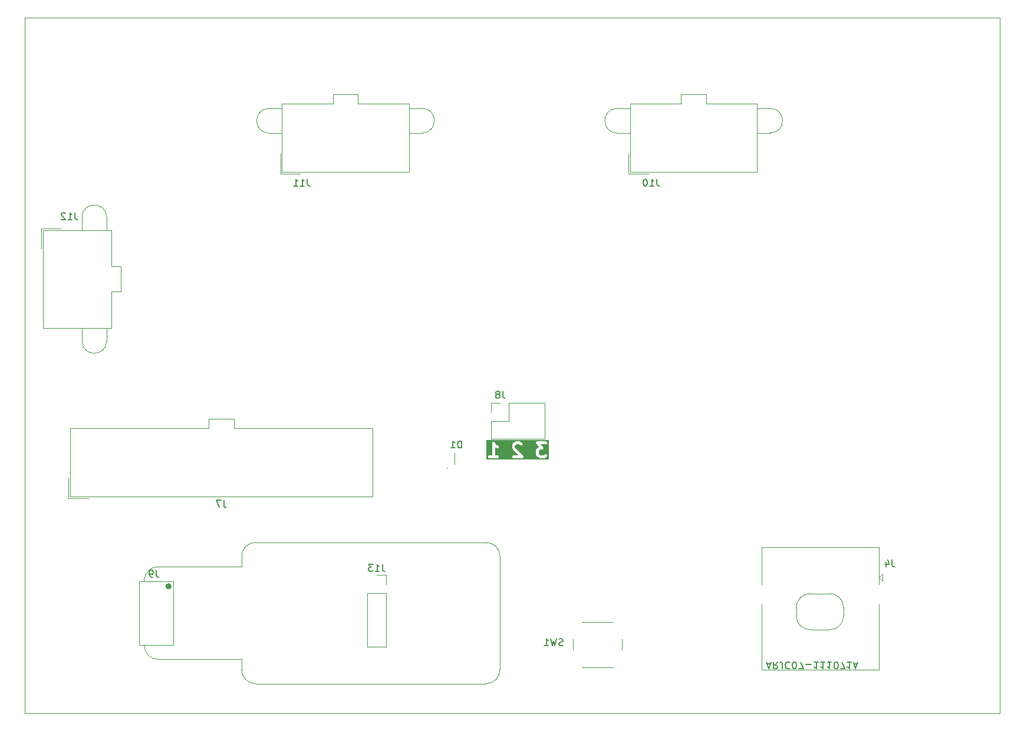
<source format=gbr>
%TF.GenerationSoftware,KiCad,Pcbnew,8.0.1*%
%TF.CreationDate,2024-04-21T01:25:57+02:00*%
%TF.ProjectId,EKO_MyMiner,454b4f5f-4d79-44d6-996e-65722e6b6963,rev?*%
%TF.SameCoordinates,Original*%
%TF.FileFunction,Legend,Bot*%
%TF.FilePolarity,Positive*%
%FSLAX46Y46*%
G04 Gerber Fmt 4.6, Leading zero omitted, Abs format (unit mm)*
G04 Created by KiCad (PCBNEW 8.0.1) date 2024-04-21 01:25:57*
%MOMM*%
%LPD*%
G01*
G04 APERTURE LIST*
%ADD10C,0.400000*%
%ADD11C,0.150000*%
%ADD12C,0.120000*%
%ADD13C,0.460000*%
%ADD14C,0.100000*%
%TA.AperFunction,Profile*%
%ADD15C,0.100000*%
%TD*%
G04 APERTURE END LIST*
D10*
G36*
X153501508Y-103688660D02*
G01*
X144569510Y-103688660D01*
X144569510Y-103305456D01*
X144791732Y-103305456D01*
X144821595Y-103377552D01*
X144876775Y-103432732D01*
X144948871Y-103462595D01*
X144987889Y-103466438D01*
X146169764Y-103462595D01*
X146241860Y-103432732D01*
X146297040Y-103377552D01*
X146326903Y-103305456D01*
X146326903Y-103227420D01*
X146297040Y-103155324D01*
X146241860Y-103100144D01*
X146169764Y-103070281D01*
X146130746Y-103066438D01*
X145758943Y-103067646D01*
X145756626Y-101838177D01*
X145801148Y-101881603D01*
X145817647Y-101900627D01*
X145826119Y-101905960D01*
X145829156Y-101908922D01*
X145834035Y-101910943D01*
X145850827Y-101921513D01*
X146077921Y-102030764D01*
X146155761Y-102036296D01*
X146229793Y-102011618D01*
X146288745Y-101960489D01*
X146323644Y-101890691D01*
X146329176Y-101812852D01*
X146304499Y-101738820D01*
X146253369Y-101679867D01*
X146220189Y-101658981D01*
X146196096Y-101647390D01*
X148216461Y-101647390D01*
X148219680Y-101839675D01*
X148218032Y-101862881D01*
X148220231Y-101872555D01*
X148220304Y-101876884D01*
X148222324Y-101881762D01*
X148226724Y-101901112D01*
X148315542Y-102157859D01*
X148315542Y-102162598D01*
X148325486Y-102186606D01*
X148337947Y-102222626D01*
X148342654Y-102228054D01*
X148345405Y-102234694D01*
X148370278Y-102265001D01*
X149176887Y-103067875D01*
X148377443Y-103070281D01*
X148305347Y-103100144D01*
X148250167Y-103155324D01*
X148220304Y-103227420D01*
X148220304Y-103305456D01*
X148250167Y-103377552D01*
X148305347Y-103432732D01*
X148377443Y-103462595D01*
X148416461Y-103466438D01*
X149693574Y-103462595D01*
X149765670Y-103432732D01*
X149820850Y-103377552D01*
X149850713Y-103305457D01*
X149850713Y-103227420D01*
X149820850Y-103155324D01*
X149795978Y-103125017D01*
X149076926Y-102409295D01*
X151645033Y-102409295D01*
X151648359Y-102855202D01*
X151646603Y-102860471D01*
X151648608Y-102888695D01*
X151648876Y-102924503D01*
X151651625Y-102931140D01*
X151652135Y-102938310D01*
X151666148Y-102974928D01*
X151764828Y-103164988D01*
X151773977Y-103187074D01*
X151780290Y-103194766D01*
X151782272Y-103198584D01*
X151786263Y-103202045D01*
X151798849Y-103217382D01*
X151899055Y-103313251D01*
X151912886Y-103329199D01*
X151921182Y-103334421D01*
X151924394Y-103337494D01*
X151929276Y-103339516D01*
X151946066Y-103350085D01*
X152112100Y-103429961D01*
X152114871Y-103432732D01*
X152136372Y-103441638D01*
X152173160Y-103459336D01*
X152180329Y-103459845D01*
X152186967Y-103462595D01*
X152225985Y-103466438D01*
X152766894Y-103463032D01*
X152772400Y-103464868D01*
X152801267Y-103462816D01*
X152836432Y-103462595D01*
X152843069Y-103459845D01*
X152850239Y-103459336D01*
X152886857Y-103445323D01*
X153076916Y-103346642D01*
X153099005Y-103337493D01*
X153106697Y-103331180D01*
X153110513Y-103329199D01*
X153113974Y-103325208D01*
X153129312Y-103312621D01*
X153249423Y-103187074D01*
X153279286Y-103114978D01*
X153279285Y-103036942D01*
X153249422Y-102964846D01*
X153194241Y-102909666D01*
X153122145Y-102879803D01*
X153044109Y-102879804D01*
X152972013Y-102909667D01*
X152941706Y-102934540D01*
X152874576Y-103004708D01*
X152755172Y-103066703D01*
X152278330Y-103069705D01*
X152158312Y-103011967D01*
X152106763Y-102962648D01*
X152044717Y-102843147D01*
X152041869Y-102461422D01*
X152099502Y-102341624D01*
X152148824Y-102290070D01*
X152268686Y-102227836D01*
X152512035Y-102224956D01*
X152537583Y-102226660D01*
X152543727Y-102224581D01*
X152550718Y-102224499D01*
X152580739Y-102212063D01*
X152611506Y-102201658D01*
X152616580Y-102197218D01*
X152622814Y-102194636D01*
X152645794Y-102171656D01*
X152670234Y-102150271D01*
X152673222Y-102144227D01*
X152677994Y-102139456D01*
X152690429Y-102109434D01*
X152704827Y-102080321D01*
X152705275Y-102073592D01*
X152707857Y-102067360D01*
X152707857Y-102034872D01*
X152710018Y-102002458D01*
X152707857Y-101996068D01*
X152707857Y-101989324D01*
X152695423Y-101959306D01*
X152685016Y-101928535D01*
X152679456Y-101920757D01*
X152677994Y-101917228D01*
X152674271Y-101913505D01*
X152662215Y-101896641D01*
X152281843Y-101465123D01*
X153122146Y-101462595D01*
X153194242Y-101432732D01*
X153249422Y-101377552D01*
X153279285Y-101305456D01*
X153279285Y-101227420D01*
X153249422Y-101155324D01*
X153194242Y-101100144D01*
X153122146Y-101070281D01*
X153083128Y-101066438D01*
X151849596Y-101070149D01*
X151819149Y-101068120D01*
X151812819Y-101070260D01*
X151806015Y-101070281D01*
X151776003Y-101082712D01*
X151745227Y-101093121D01*
X151740150Y-101097562D01*
X151733919Y-101100144D01*
X151710947Y-101123116D01*
X151686499Y-101144508D01*
X151683509Y-101150553D01*
X151678739Y-101155324D01*
X151666306Y-101185339D01*
X151651906Y-101214458D01*
X151651457Y-101221188D01*
X151648876Y-101227420D01*
X151648876Y-101259907D01*
X151646715Y-101292322D01*
X151648876Y-101298711D01*
X151648876Y-101305456D01*
X151661307Y-101335467D01*
X151671716Y-101366244D01*
X151677277Y-101374022D01*
X151678739Y-101377552D01*
X151682461Y-101381274D01*
X151694518Y-101398139D01*
X152106220Y-101865199D01*
X151946488Y-101948134D01*
X151924394Y-101957286D01*
X151916699Y-101963601D01*
X151912886Y-101965581D01*
X151909426Y-101969569D01*
X151894087Y-101982159D01*
X151798227Y-102082357D01*
X151782272Y-102096196D01*
X151777046Y-102104497D01*
X151773977Y-102107706D01*
X151771957Y-102112582D01*
X151761386Y-102129376D01*
X151681509Y-102295410D01*
X151678739Y-102298181D01*
X151669832Y-102319682D01*
X151652135Y-102356470D01*
X151651625Y-102363639D01*
X151648876Y-102370277D01*
X151645033Y-102409295D01*
X149076926Y-102409295D01*
X148688357Y-102022526D01*
X148616053Y-101813516D01*
X148614115Y-101697817D01*
X148670931Y-101579717D01*
X148720250Y-101528167D01*
X148839749Y-101466122D01*
X149221476Y-101463274D01*
X149341276Y-101520908D01*
X149448204Y-101623208D01*
X149520300Y-101653071D01*
X149598336Y-101653071D01*
X149670432Y-101623208D01*
X149725612Y-101568028D01*
X149755475Y-101495932D01*
X149755475Y-101417896D01*
X149725612Y-101345800D01*
X149700739Y-101315493D01*
X149600539Y-101219630D01*
X149586703Y-101203677D01*
X149578403Y-101198452D01*
X149575194Y-101195382D01*
X149570314Y-101193360D01*
X149553523Y-101182791D01*
X149387488Y-101102914D01*
X149384718Y-101100144D01*
X149363216Y-101091237D01*
X149326429Y-101073540D01*
X149319259Y-101073030D01*
X149312622Y-101070281D01*
X149273604Y-101066438D01*
X148827696Y-101069764D01*
X148822428Y-101068008D01*
X148794203Y-101070013D01*
X148758395Y-101070281D01*
X148751757Y-101073030D01*
X148744588Y-101073540D01*
X148707971Y-101087552D01*
X148517912Y-101186232D01*
X148495823Y-101195382D01*
X148488129Y-101201695D01*
X148484314Y-101203677D01*
X148480852Y-101207668D01*
X148465516Y-101220255D01*
X148369653Y-101320454D01*
X148353700Y-101334291D01*
X148348475Y-101342590D01*
X148345405Y-101345800D01*
X148343383Y-101350679D01*
X148332814Y-101367471D01*
X148252937Y-101533505D01*
X148250167Y-101536276D01*
X148241260Y-101557777D01*
X148223563Y-101594565D01*
X148223053Y-101601734D01*
X148220304Y-101608372D01*
X148216461Y-101647390D01*
X146196096Y-101647390D01*
X146063778Y-101583734D01*
X145913321Y-101436981D01*
X145732092Y-101170968D01*
X145725612Y-101155324D01*
X145712502Y-101142214D01*
X145700887Y-101125165D01*
X145684435Y-101114147D01*
X145670432Y-101100144D01*
X145652329Y-101092645D01*
X145636048Y-101081742D01*
X145616629Y-101077858D01*
X145598336Y-101070281D01*
X145578742Y-101070281D01*
X145559527Y-101066438D01*
X145540101Y-101070281D01*
X145520300Y-101070281D01*
X145502197Y-101077779D01*
X145482975Y-101081582D01*
X145466499Y-101092565D01*
X145448204Y-101100144D01*
X145434347Y-101114000D01*
X145418045Y-101124869D01*
X145407027Y-101141320D01*
X145393024Y-101155324D01*
X145385525Y-101173426D01*
X145374622Y-101189708D01*
X145370738Y-101209126D01*
X145363161Y-101227420D01*
X145359358Y-101266026D01*
X145359318Y-101266229D01*
X145359331Y-101266298D01*
X145359318Y-101266438D01*
X145362715Y-103068935D01*
X144948871Y-103070281D01*
X144876775Y-103100144D01*
X144821595Y-103155324D01*
X144791732Y-103227420D01*
X144791732Y-103305456D01*
X144569510Y-103305456D01*
X144569510Y-100844216D01*
X153501508Y-100844216D01*
X153501508Y-103688660D01*
G37*
D11*
X155511332Y-130379200D02*
X155368475Y-130426819D01*
X155368475Y-130426819D02*
X155130380Y-130426819D01*
X155130380Y-130426819D02*
X155035142Y-130379200D01*
X155035142Y-130379200D02*
X154987523Y-130331580D01*
X154987523Y-130331580D02*
X154939904Y-130236342D01*
X154939904Y-130236342D02*
X154939904Y-130141104D01*
X154939904Y-130141104D02*
X154987523Y-130045866D01*
X154987523Y-130045866D02*
X155035142Y-129998247D01*
X155035142Y-129998247D02*
X155130380Y-129950628D01*
X155130380Y-129950628D02*
X155320856Y-129903009D01*
X155320856Y-129903009D02*
X155416094Y-129855390D01*
X155416094Y-129855390D02*
X155463713Y-129807771D01*
X155463713Y-129807771D02*
X155511332Y-129712533D01*
X155511332Y-129712533D02*
X155511332Y-129617295D01*
X155511332Y-129617295D02*
X155463713Y-129522057D01*
X155463713Y-129522057D02*
X155416094Y-129474438D01*
X155416094Y-129474438D02*
X155320856Y-129426819D01*
X155320856Y-129426819D02*
X155082761Y-129426819D01*
X155082761Y-129426819D02*
X154939904Y-129474438D01*
X154606570Y-129426819D02*
X154368475Y-130426819D01*
X154368475Y-130426819D02*
X154177999Y-129712533D01*
X154177999Y-129712533D02*
X153987523Y-130426819D01*
X153987523Y-130426819D02*
X153749428Y-129426819D01*
X152844666Y-130426819D02*
X153416094Y-130426819D01*
X153130380Y-130426819D02*
X153130380Y-129426819D01*
X153130380Y-129426819D02*
X153225618Y-129569676D01*
X153225618Y-129569676D02*
X153320856Y-129664914D01*
X153320856Y-129664914D02*
X153416094Y-129712533D01*
X129587523Y-118724819D02*
X129587523Y-119439104D01*
X129587523Y-119439104D02*
X129635142Y-119581961D01*
X129635142Y-119581961D02*
X129730380Y-119677200D01*
X129730380Y-119677200D02*
X129873237Y-119724819D01*
X129873237Y-119724819D02*
X129968475Y-119724819D01*
X128587523Y-119724819D02*
X129158951Y-119724819D01*
X128873237Y-119724819D02*
X128873237Y-118724819D01*
X128873237Y-118724819D02*
X128968475Y-118867676D01*
X128968475Y-118867676D02*
X129063713Y-118962914D01*
X129063713Y-118962914D02*
X129158951Y-119010533D01*
X128254189Y-118724819D02*
X127635142Y-118724819D01*
X127635142Y-118724819D02*
X127968475Y-119105771D01*
X127968475Y-119105771D02*
X127825618Y-119105771D01*
X127825618Y-119105771D02*
X127730380Y-119153390D01*
X127730380Y-119153390D02*
X127682761Y-119201009D01*
X127682761Y-119201009D02*
X127635142Y-119296247D01*
X127635142Y-119296247D02*
X127635142Y-119534342D01*
X127635142Y-119534342D02*
X127682761Y-119629580D01*
X127682761Y-119629580D02*
X127730380Y-119677200D01*
X127730380Y-119677200D02*
X127825618Y-119724819D01*
X127825618Y-119724819D02*
X128111332Y-119724819D01*
X128111332Y-119724819D02*
X128206570Y-119677200D01*
X128206570Y-119677200D02*
X128254189Y-119629580D01*
X85441523Y-68186819D02*
X85441523Y-68901104D01*
X85441523Y-68901104D02*
X85489142Y-69043961D01*
X85489142Y-69043961D02*
X85584380Y-69139200D01*
X85584380Y-69139200D02*
X85727237Y-69186819D01*
X85727237Y-69186819D02*
X85822475Y-69186819D01*
X84441523Y-69186819D02*
X85012951Y-69186819D01*
X84727237Y-69186819D02*
X84727237Y-68186819D01*
X84727237Y-68186819D02*
X84822475Y-68329676D01*
X84822475Y-68329676D02*
X84917713Y-68424914D01*
X84917713Y-68424914D02*
X85012951Y-68472533D01*
X84060570Y-68282057D02*
X84012951Y-68234438D01*
X84012951Y-68234438D02*
X83917713Y-68186819D01*
X83917713Y-68186819D02*
X83679618Y-68186819D01*
X83679618Y-68186819D02*
X83584380Y-68234438D01*
X83584380Y-68234438D02*
X83536761Y-68282057D01*
X83536761Y-68282057D02*
X83489142Y-68377295D01*
X83489142Y-68377295D02*
X83489142Y-68472533D01*
X83489142Y-68472533D02*
X83536761Y-68615390D01*
X83536761Y-68615390D02*
X84108189Y-69186819D01*
X84108189Y-69186819D02*
X83489142Y-69186819D01*
X97115333Y-119586819D02*
X97115333Y-120301104D01*
X97115333Y-120301104D02*
X97162952Y-120443961D01*
X97162952Y-120443961D02*
X97258190Y-120539200D01*
X97258190Y-120539200D02*
X97401047Y-120586819D01*
X97401047Y-120586819D02*
X97496285Y-120586819D01*
X96591523Y-120586819D02*
X96401047Y-120586819D01*
X96401047Y-120586819D02*
X96305809Y-120539200D01*
X96305809Y-120539200D02*
X96258190Y-120491580D01*
X96258190Y-120491580D02*
X96162952Y-120348723D01*
X96162952Y-120348723D02*
X96115333Y-120158247D01*
X96115333Y-120158247D02*
X96115333Y-119777295D01*
X96115333Y-119777295D02*
X96162952Y-119682057D01*
X96162952Y-119682057D02*
X96210571Y-119634438D01*
X96210571Y-119634438D02*
X96305809Y-119586819D01*
X96305809Y-119586819D02*
X96496285Y-119586819D01*
X96496285Y-119586819D02*
X96591523Y-119634438D01*
X96591523Y-119634438D02*
X96639142Y-119682057D01*
X96639142Y-119682057D02*
X96686761Y-119777295D01*
X96686761Y-119777295D02*
X96686761Y-120015390D01*
X96686761Y-120015390D02*
X96639142Y-120110628D01*
X96639142Y-120110628D02*
X96591523Y-120158247D01*
X96591523Y-120158247D02*
X96496285Y-120205866D01*
X96496285Y-120205866D02*
X96305809Y-120205866D01*
X96305809Y-120205866D02*
X96210571Y-120158247D01*
X96210571Y-120158247D02*
X96162952Y-120110628D01*
X96162952Y-120110628D02*
X96115333Y-120015390D01*
X118809522Y-63354818D02*
X118809522Y-64069103D01*
X118809522Y-64069103D02*
X118857141Y-64211960D01*
X118857141Y-64211960D02*
X118952379Y-64307199D01*
X118952379Y-64307199D02*
X119095236Y-64354818D01*
X119095236Y-64354818D02*
X119190474Y-64354818D01*
X117809522Y-64354818D02*
X118380950Y-64354818D01*
X118095236Y-64354818D02*
X118095236Y-63354818D01*
X118095236Y-63354818D02*
X118190474Y-63497675D01*
X118190474Y-63497675D02*
X118285712Y-63592913D01*
X118285712Y-63592913D02*
X118380950Y-63640532D01*
X116857141Y-64354818D02*
X117428569Y-64354818D01*
X117142855Y-64354818D02*
X117142855Y-63354818D01*
X117142855Y-63354818D02*
X117238093Y-63497675D01*
X117238093Y-63497675D02*
X117333331Y-63592913D01*
X117333331Y-63592913D02*
X117428569Y-63640532D01*
X169009522Y-63354818D02*
X169009522Y-64069103D01*
X169009522Y-64069103D02*
X169057141Y-64211960D01*
X169057141Y-64211960D02*
X169152379Y-64307199D01*
X169152379Y-64307199D02*
X169295236Y-64354818D01*
X169295236Y-64354818D02*
X169390474Y-64354818D01*
X168009522Y-64354818D02*
X168580950Y-64354818D01*
X168295236Y-64354818D02*
X168295236Y-63354818D01*
X168295236Y-63354818D02*
X168390474Y-63497675D01*
X168390474Y-63497675D02*
X168485712Y-63592913D01*
X168485712Y-63592913D02*
X168580950Y-63640532D01*
X167390474Y-63354818D02*
X167295236Y-63354818D01*
X167295236Y-63354818D02*
X167199998Y-63402437D01*
X167199998Y-63402437D02*
X167152379Y-63450056D01*
X167152379Y-63450056D02*
X167104760Y-63545294D01*
X167104760Y-63545294D02*
X167057141Y-63735770D01*
X167057141Y-63735770D02*
X167057141Y-63973865D01*
X167057141Y-63973865D02*
X167104760Y-64164341D01*
X167104760Y-64164341D02*
X167152379Y-64259579D01*
X167152379Y-64259579D02*
X167199998Y-64307199D01*
X167199998Y-64307199D02*
X167295236Y-64354818D01*
X167295236Y-64354818D02*
X167390474Y-64354818D01*
X167390474Y-64354818D02*
X167485712Y-64307199D01*
X167485712Y-64307199D02*
X167533331Y-64259579D01*
X167533331Y-64259579D02*
X167580950Y-64164341D01*
X167580950Y-64164341D02*
X167628569Y-63973865D01*
X167628569Y-63973865D02*
X167628569Y-63735770D01*
X167628569Y-63735770D02*
X167580950Y-63545294D01*
X167580950Y-63545294D02*
X167533331Y-63450056D01*
X167533331Y-63450056D02*
X167485712Y-63402437D01*
X167485712Y-63402437D02*
X167390474Y-63354818D01*
X146865333Y-93836819D02*
X146865333Y-94551104D01*
X146865333Y-94551104D02*
X146912952Y-94693961D01*
X146912952Y-94693961D02*
X147008190Y-94789200D01*
X147008190Y-94789200D02*
X147151047Y-94836819D01*
X147151047Y-94836819D02*
X147246285Y-94836819D01*
X146246285Y-94265390D02*
X146341523Y-94217771D01*
X146341523Y-94217771D02*
X146389142Y-94170152D01*
X146389142Y-94170152D02*
X146436761Y-94074914D01*
X146436761Y-94074914D02*
X146436761Y-94027295D01*
X146436761Y-94027295D02*
X146389142Y-93932057D01*
X146389142Y-93932057D02*
X146341523Y-93884438D01*
X146341523Y-93884438D02*
X146246285Y-93836819D01*
X146246285Y-93836819D02*
X146055809Y-93836819D01*
X146055809Y-93836819D02*
X145960571Y-93884438D01*
X145960571Y-93884438D02*
X145912952Y-93932057D01*
X145912952Y-93932057D02*
X145865333Y-94027295D01*
X145865333Y-94027295D02*
X145865333Y-94074914D01*
X145865333Y-94074914D02*
X145912952Y-94170152D01*
X145912952Y-94170152D02*
X145960571Y-94217771D01*
X145960571Y-94217771D02*
X146055809Y-94265390D01*
X146055809Y-94265390D02*
X146246285Y-94265390D01*
X146246285Y-94265390D02*
X146341523Y-94313009D01*
X146341523Y-94313009D02*
X146389142Y-94360628D01*
X146389142Y-94360628D02*
X146436761Y-94455866D01*
X146436761Y-94455866D02*
X146436761Y-94646342D01*
X146436761Y-94646342D02*
X146389142Y-94741580D01*
X146389142Y-94741580D02*
X146341523Y-94789200D01*
X146341523Y-94789200D02*
X146246285Y-94836819D01*
X146246285Y-94836819D02*
X146055809Y-94836819D01*
X146055809Y-94836819D02*
X145960571Y-94789200D01*
X145960571Y-94789200D02*
X145912952Y-94741580D01*
X145912952Y-94741580D02*
X145865333Y-94646342D01*
X145865333Y-94646342D02*
X145865333Y-94455866D01*
X145865333Y-94455866D02*
X145912952Y-94360628D01*
X145912952Y-94360628D02*
X145960571Y-94313009D01*
X145960571Y-94313009D02*
X146055809Y-94265390D01*
X202815333Y-118086819D02*
X202815333Y-118801104D01*
X202815333Y-118801104D02*
X202862952Y-118943961D01*
X202862952Y-118943961D02*
X202958190Y-119039200D01*
X202958190Y-119039200D02*
X203101047Y-119086819D01*
X203101047Y-119086819D02*
X203196285Y-119086819D01*
X201910571Y-118420152D02*
X201910571Y-119086819D01*
X202148666Y-118039200D02*
X202386761Y-118753485D01*
X202386761Y-118753485D02*
X201767714Y-118753485D01*
X184855809Y-133036695D02*
X185331999Y-133036695D01*
X184760571Y-132750980D02*
X185093904Y-133750980D01*
X185093904Y-133750980D02*
X185427237Y-132750980D01*
X186331999Y-132750980D02*
X185998666Y-133227171D01*
X185760571Y-132750980D02*
X185760571Y-133750980D01*
X185760571Y-133750980D02*
X186141523Y-133750980D01*
X186141523Y-133750980D02*
X186236761Y-133703361D01*
X186236761Y-133703361D02*
X186284380Y-133655742D01*
X186284380Y-133655742D02*
X186331999Y-133560504D01*
X186331999Y-133560504D02*
X186331999Y-133417647D01*
X186331999Y-133417647D02*
X186284380Y-133322409D01*
X186284380Y-133322409D02*
X186236761Y-133274790D01*
X186236761Y-133274790D02*
X186141523Y-133227171D01*
X186141523Y-133227171D02*
X185760571Y-133227171D01*
X187046285Y-133750980D02*
X187046285Y-133036695D01*
X187046285Y-133036695D02*
X186998666Y-132893838D01*
X186998666Y-132893838D02*
X186903428Y-132798600D01*
X186903428Y-132798600D02*
X186760571Y-132750980D01*
X186760571Y-132750980D02*
X186665333Y-132750980D01*
X188093904Y-132846219D02*
X188046285Y-132798600D01*
X188046285Y-132798600D02*
X187903428Y-132750980D01*
X187903428Y-132750980D02*
X187808190Y-132750980D01*
X187808190Y-132750980D02*
X187665333Y-132798600D01*
X187665333Y-132798600D02*
X187570095Y-132893838D01*
X187570095Y-132893838D02*
X187522476Y-132989076D01*
X187522476Y-132989076D02*
X187474857Y-133179552D01*
X187474857Y-133179552D02*
X187474857Y-133322409D01*
X187474857Y-133322409D02*
X187522476Y-133512885D01*
X187522476Y-133512885D02*
X187570095Y-133608123D01*
X187570095Y-133608123D02*
X187665333Y-133703361D01*
X187665333Y-133703361D02*
X187808190Y-133750980D01*
X187808190Y-133750980D02*
X187903428Y-133750980D01*
X187903428Y-133750980D02*
X188046285Y-133703361D01*
X188046285Y-133703361D02*
X188093904Y-133655742D01*
X188712952Y-133750980D02*
X188808190Y-133750980D01*
X188808190Y-133750980D02*
X188903428Y-133703361D01*
X188903428Y-133703361D02*
X188951047Y-133655742D01*
X188951047Y-133655742D02*
X188998666Y-133560504D01*
X188998666Y-133560504D02*
X189046285Y-133370028D01*
X189046285Y-133370028D02*
X189046285Y-133131933D01*
X189046285Y-133131933D02*
X188998666Y-132941457D01*
X188998666Y-132941457D02*
X188951047Y-132846219D01*
X188951047Y-132846219D02*
X188903428Y-132798600D01*
X188903428Y-132798600D02*
X188808190Y-132750980D01*
X188808190Y-132750980D02*
X188712952Y-132750980D01*
X188712952Y-132750980D02*
X188617714Y-132798600D01*
X188617714Y-132798600D02*
X188570095Y-132846219D01*
X188570095Y-132846219D02*
X188522476Y-132941457D01*
X188522476Y-132941457D02*
X188474857Y-133131933D01*
X188474857Y-133131933D02*
X188474857Y-133370028D01*
X188474857Y-133370028D02*
X188522476Y-133560504D01*
X188522476Y-133560504D02*
X188570095Y-133655742D01*
X188570095Y-133655742D02*
X188617714Y-133703361D01*
X188617714Y-133703361D02*
X188712952Y-133750980D01*
X189379619Y-133750980D02*
X190046285Y-133750980D01*
X190046285Y-133750980D02*
X189617714Y-132750980D01*
X190427238Y-133131933D02*
X191189143Y-133131933D01*
X192189142Y-132750980D02*
X191617714Y-132750980D01*
X191903428Y-132750980D02*
X191903428Y-133750980D01*
X191903428Y-133750980D02*
X191808190Y-133608123D01*
X191808190Y-133608123D02*
X191712952Y-133512885D01*
X191712952Y-133512885D02*
X191617714Y-133465266D01*
X193141523Y-132750980D02*
X192570095Y-132750980D01*
X192855809Y-132750980D02*
X192855809Y-133750980D01*
X192855809Y-133750980D02*
X192760571Y-133608123D01*
X192760571Y-133608123D02*
X192665333Y-133512885D01*
X192665333Y-133512885D02*
X192570095Y-133465266D01*
X194093904Y-132750980D02*
X193522476Y-132750980D01*
X193808190Y-132750980D02*
X193808190Y-133750980D01*
X193808190Y-133750980D02*
X193712952Y-133608123D01*
X193712952Y-133608123D02*
X193617714Y-133512885D01*
X193617714Y-133512885D02*
X193522476Y-133465266D01*
X194712952Y-133750980D02*
X194808190Y-133750980D01*
X194808190Y-133750980D02*
X194903428Y-133703361D01*
X194903428Y-133703361D02*
X194951047Y-133655742D01*
X194951047Y-133655742D02*
X194998666Y-133560504D01*
X194998666Y-133560504D02*
X195046285Y-133370028D01*
X195046285Y-133370028D02*
X195046285Y-133131933D01*
X195046285Y-133131933D02*
X194998666Y-132941457D01*
X194998666Y-132941457D02*
X194951047Y-132846219D01*
X194951047Y-132846219D02*
X194903428Y-132798600D01*
X194903428Y-132798600D02*
X194808190Y-132750980D01*
X194808190Y-132750980D02*
X194712952Y-132750980D01*
X194712952Y-132750980D02*
X194617714Y-132798600D01*
X194617714Y-132798600D02*
X194570095Y-132846219D01*
X194570095Y-132846219D02*
X194522476Y-132941457D01*
X194522476Y-132941457D02*
X194474857Y-133131933D01*
X194474857Y-133131933D02*
X194474857Y-133370028D01*
X194474857Y-133370028D02*
X194522476Y-133560504D01*
X194522476Y-133560504D02*
X194570095Y-133655742D01*
X194570095Y-133655742D02*
X194617714Y-133703361D01*
X194617714Y-133703361D02*
X194712952Y-133750980D01*
X195379619Y-133750980D02*
X196046285Y-133750980D01*
X196046285Y-133750980D02*
X195617714Y-132750980D01*
X196951047Y-132750980D02*
X196379619Y-132750980D01*
X196665333Y-132750980D02*
X196665333Y-133750980D01*
X196665333Y-133750980D02*
X196570095Y-133608123D01*
X196570095Y-133608123D02*
X196474857Y-133512885D01*
X196474857Y-133512885D02*
X196379619Y-133465266D01*
X197332000Y-133036695D02*
X197808190Y-133036695D01*
X197236762Y-132750980D02*
X197570095Y-133750980D01*
X197570095Y-133750980D02*
X197903428Y-132750980D01*
X106815333Y-109536819D02*
X106815333Y-110251104D01*
X106815333Y-110251104D02*
X106862952Y-110393961D01*
X106862952Y-110393961D02*
X106958190Y-110489200D01*
X106958190Y-110489200D02*
X107101047Y-110536819D01*
X107101047Y-110536819D02*
X107196285Y-110536819D01*
X106434380Y-109536819D02*
X105767714Y-109536819D01*
X105767714Y-109536819D02*
X106196285Y-110536819D01*
X140970094Y-101986819D02*
X140970094Y-100986819D01*
X140970094Y-100986819D02*
X140731999Y-100986819D01*
X140731999Y-100986819D02*
X140589142Y-101034438D01*
X140589142Y-101034438D02*
X140493904Y-101129676D01*
X140493904Y-101129676D02*
X140446285Y-101224914D01*
X140446285Y-101224914D02*
X140398666Y-101415390D01*
X140398666Y-101415390D02*
X140398666Y-101558247D01*
X140398666Y-101558247D02*
X140446285Y-101748723D01*
X140446285Y-101748723D02*
X140493904Y-101843961D01*
X140493904Y-101843961D02*
X140589142Y-101939200D01*
X140589142Y-101939200D02*
X140731999Y-101986819D01*
X140731999Y-101986819D02*
X140970094Y-101986819D01*
X139446285Y-101986819D02*
X140017713Y-101986819D01*
X139731999Y-101986819D02*
X139731999Y-100986819D01*
X139731999Y-100986819D02*
X139827237Y-101129676D01*
X139827237Y-101129676D02*
X139922475Y-101224914D01*
X139922475Y-101224914D02*
X140017713Y-101272533D01*
D12*
%TO.C,SW1*%
X156976000Y-129512000D02*
X156976000Y-131012000D01*
X158226000Y-133512000D02*
X162726000Y-133512000D01*
X162726000Y-127012000D02*
X158226000Y-127012000D01*
X163976000Y-131012000D02*
X163976000Y-129512000D01*
%TO.C,J13*%
X127448000Y-122870000D02*
X130108000Y-122870000D01*
X127448000Y-130550000D02*
X127448000Y-122870000D01*
X127448000Y-130550000D02*
X130108000Y-130550000D01*
X128778000Y-120270000D02*
X130108000Y-120270000D01*
X130108000Y-120270000D02*
X130108000Y-121600000D01*
X130108000Y-130550000D02*
X130108000Y-122870000D01*
%TO.C,J12*%
X80582000Y-70482000D02*
X80582000Y-73332000D01*
X80822000Y-70722000D02*
X80822000Y-77732000D01*
X80822000Y-84742000D02*
X80822000Y-77732000D01*
X83432000Y-70482000D02*
X80582000Y-70482000D01*
X86462000Y-70722000D02*
X86462000Y-68832000D01*
X86462000Y-84742000D02*
X86462000Y-86632000D01*
X89982000Y-70722000D02*
X89982000Y-68832000D01*
X89982000Y-84742000D02*
X89982000Y-86632000D01*
X90642000Y-70722000D02*
X80822000Y-70722000D01*
X90642000Y-75922000D02*
X90642000Y-70722000D01*
X90642000Y-79542000D02*
X90642000Y-84742000D01*
X90642000Y-84742000D02*
X80822000Y-84742000D01*
X92042000Y-75922000D02*
X90642000Y-75922000D01*
X92042000Y-77732000D02*
X92042000Y-75922000D01*
X92042000Y-77732000D02*
X92042000Y-79542000D01*
X92042000Y-79542000D02*
X90642000Y-79542000D01*
X86462000Y-68832000D02*
G75*
G02*
X89982000Y-68832000I1760000J0D01*
G01*
X89982000Y-86632000D02*
G75*
G02*
X86462000Y-86632000I-1760000J0D01*
G01*
%TO.C,J9*%
X94682000Y-121182000D02*
X94682000Y-130282000D01*
X94682000Y-130282000D02*
X99582000Y-130282000D01*
X95382000Y-121182000D02*
X95382000Y-121082000D01*
X95382000Y-130382000D02*
X95382000Y-130282000D01*
X97382000Y-119082000D02*
X97482000Y-119082000D01*
X97482000Y-132382000D02*
X109382000Y-132382000D01*
X99232000Y-132382000D02*
X97382000Y-132382000D01*
X99582000Y-121182000D02*
X94682000Y-121182000D01*
X99582000Y-130282000D02*
X99582000Y-121182000D01*
X109382000Y-119082000D02*
X97482000Y-119082000D01*
X109382000Y-119082000D02*
X109382000Y-117582000D01*
X109382000Y-133882000D02*
X109382000Y-132382000D01*
X111382000Y-135882000D02*
X144482000Y-135882000D01*
X144482000Y-115582000D02*
X111382000Y-115582000D01*
X146482000Y-133882000D02*
X146482000Y-117582000D01*
X95382000Y-121082000D02*
G75*
G02*
X97382000Y-119082000I1999999J1D01*
G01*
X97382000Y-132382000D02*
G75*
G02*
X95382000Y-130382000I-1J1999999D01*
G01*
X109382000Y-117582000D02*
G75*
G02*
X111382000Y-115582000I1999999J1D01*
G01*
X111382000Y-135882000D02*
G75*
G02*
X109382000Y-133882000I-1J1999999D01*
G01*
X144482000Y-115582000D02*
G75*
G02*
X146482000Y-117582000I1J-1999999D01*
G01*
X146482000Y-133882000D02*
G75*
G02*
X144482000Y-135882000I-1999999J-1D01*
G01*
D13*
X99112000Y-121882000D02*
G75*
G02*
X98652000Y-121882000I-230000J0D01*
G01*
X98652000Y-121882000D02*
G75*
G02*
X99112000Y-121882000I230000J0D01*
G01*
D12*
%TO.C,J11*%
X114950000Y-59750000D02*
X114950000Y-62600000D01*
X114950000Y-62600000D02*
X117800000Y-62600000D01*
X115190000Y-52540000D02*
X115190000Y-62360000D01*
X115190000Y-53200000D02*
X113300000Y-53200000D01*
X115190000Y-56720000D02*
X113300000Y-56720000D01*
X115190000Y-62360000D02*
X124300000Y-62360000D01*
X122490000Y-51140000D02*
X122490000Y-52540000D01*
X122490000Y-52540000D02*
X115190000Y-52540000D01*
X124300000Y-51140000D02*
X122490000Y-51140000D01*
X124300000Y-51140000D02*
X126110000Y-51140000D01*
X126110000Y-51140000D02*
X126110000Y-52540000D01*
X126110000Y-52540000D02*
X133410000Y-52540000D01*
X133410000Y-52540000D02*
X133410000Y-62360000D01*
X133410000Y-53200000D02*
X135300000Y-53200000D01*
X133410000Y-56720000D02*
X135300000Y-56720000D01*
X133410000Y-62360000D02*
X124300000Y-62360000D01*
X113300000Y-56720000D02*
G75*
G02*
X113300000Y-53200000I0J1760000D01*
G01*
X135300000Y-53200000D02*
G75*
G02*
X135300000Y-56720000I0J-1760000D01*
G01*
%TO.C,J10*%
X164950000Y-59750000D02*
X164950000Y-62600000D01*
X164950000Y-62600000D02*
X167800000Y-62600000D01*
X165190000Y-52540000D02*
X165190000Y-62360000D01*
X165190000Y-53200000D02*
X163300000Y-53200000D01*
X165190000Y-56720000D02*
X163300000Y-56720000D01*
X165190000Y-62360000D02*
X174300000Y-62360000D01*
X172490000Y-51140000D02*
X172490000Y-52540000D01*
X172490000Y-52540000D02*
X165190000Y-52540000D01*
X174300000Y-51140000D02*
X172490000Y-51140000D01*
X174300000Y-51140000D02*
X176110000Y-51140000D01*
X176110000Y-51140000D02*
X176110000Y-52540000D01*
X176110000Y-52540000D02*
X183410000Y-52540000D01*
X183410000Y-52540000D02*
X183410000Y-62360000D01*
X183410000Y-53200000D02*
X185300000Y-53200000D01*
X183410000Y-56720000D02*
X185300000Y-56720000D01*
X183410000Y-62360000D02*
X174300000Y-62360000D01*
X163300000Y-56720000D02*
G75*
G02*
X163300000Y-53200000I0J1760000D01*
G01*
X185300000Y-53200000D02*
G75*
G02*
X185300000Y-56720000I0J-1760000D01*
G01*
%TO.C,J8*%
X145177000Y-95527000D02*
X146507000Y-95527000D01*
X145177000Y-96857000D02*
X145177000Y-95527000D01*
X145177000Y-98127000D02*
X147777000Y-98127000D01*
X145177000Y-100727000D02*
X145177000Y-98127000D01*
X147777000Y-98127000D02*
X147777000Y-95527000D01*
X152917000Y-95527000D02*
X147777000Y-95527000D01*
X152917000Y-100727000D02*
X145177000Y-100727000D01*
X152917000Y-100727000D02*
X152917000Y-95527000D01*
%TO.C,J4*%
X184082000Y-116305800D02*
X200882000Y-116305800D01*
X184082000Y-121605800D02*
X184082000Y-116305800D01*
X184082000Y-124505800D02*
X184082000Y-133905800D01*
X184082000Y-133905800D02*
X200882000Y-133905800D01*
X200882000Y-121605800D02*
X200882000Y-116305800D01*
X200882000Y-124505800D02*
X200882000Y-133805800D01*
X200932000Y-120605800D02*
X201432000Y-121105800D01*
X201432000Y-120105800D02*
X200932000Y-120605800D01*
X201432000Y-121105800D02*
X201432000Y-120105800D01*
%TO.C,J7*%
X84532000Y-106382000D02*
X84532000Y-109232000D01*
X84532000Y-109232000D02*
X87382000Y-109232000D01*
X84772000Y-99172000D02*
X84772000Y-108992000D01*
X84772000Y-108992000D02*
X106482000Y-108992000D01*
X104672000Y-97772000D02*
X104672000Y-99172000D01*
X104672000Y-99172000D02*
X84772000Y-99172000D01*
X106482000Y-97772000D02*
X104672000Y-97772000D01*
X106482000Y-97772000D02*
X108292000Y-97772000D01*
X108292000Y-97772000D02*
X108292000Y-99172000D01*
X108292000Y-99172000D02*
X128192000Y-99172000D01*
X128192000Y-99172000D02*
X128192000Y-108992000D01*
X128192000Y-108992000D02*
X106482000Y-108992000D01*
D14*
%TO.C,D1*%
X138832000Y-104832000D02*
X138832000Y-104832000D01*
X138832000Y-104932000D02*
X138832000Y-104932000D01*
D12*
X139932000Y-104332000D02*
X139932000Y-102732000D01*
D14*
X138832000Y-104832000D02*
G75*
G02*
X138832000Y-104932000I0J-50000D01*
G01*
X138832000Y-104932000D02*
G75*
G02*
X138832000Y-104832000I0J50000D01*
G01*
%TD*%
D15*
X195832000Y-124932000D02*
X195832000Y-126132000D01*
X195832000Y-126132000D02*
G75*
G02*
X193832000Y-128132000I-2000000J0D01*
G01*
X191032000Y-128132000D02*
G75*
G02*
X189032000Y-126132000I0J2000000D01*
G01*
X189032000Y-124932000D02*
G75*
G02*
X191032000Y-122932000I2000000J0D01*
G01*
X193832000Y-122932000D02*
G75*
G02*
X195832000Y-124932000I0J-2000000D01*
G01*
X193832000Y-128132000D02*
X191032000Y-128132000D01*
X191032000Y-122932000D02*
X193832000Y-122932000D01*
X189032000Y-126132000D02*
X189032000Y-124932000D01*
X78232000Y-40132000D02*
X218232000Y-40132000D01*
X218232000Y-140132000D01*
X78232000Y-140132000D01*
X78232000Y-40132000D01*
M02*

</source>
